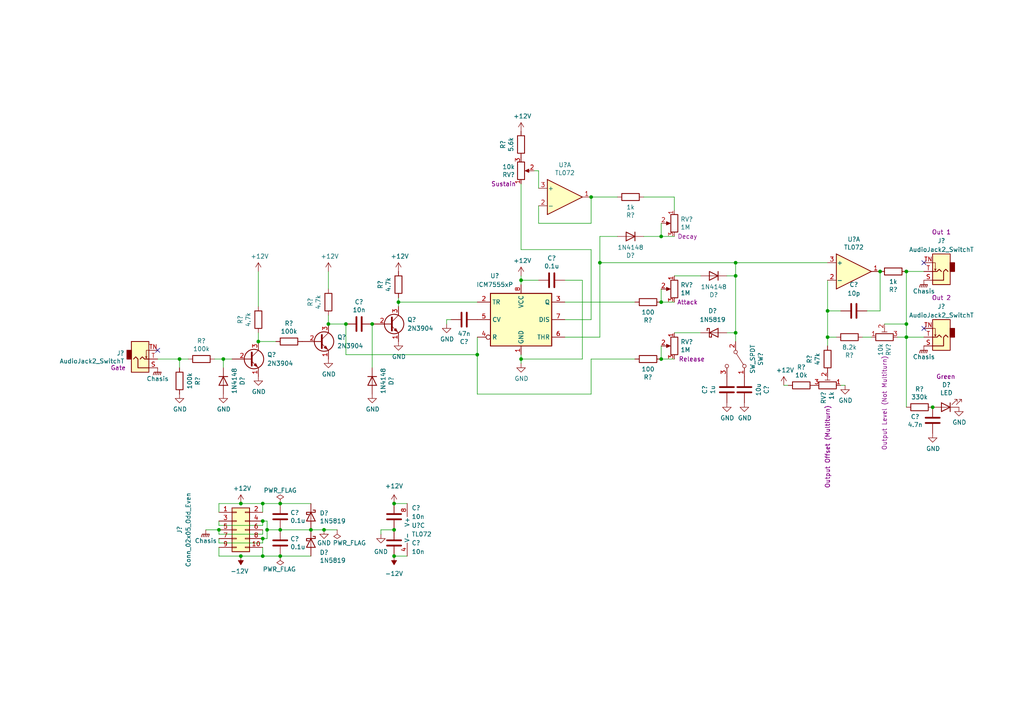
<source format=kicad_sch>
(kicad_sch (version 20211123) (generator eeschema)
  (paper "A4")
  (title_block (title "Envelope Generator") (date "2021-06-28") (rev "1.0"))
  (lib_symbols
    (symbol "Amplifier_Operational:TL072" (pin_names (offset 0.127))
      (property "Reference" "U" (at 0 5.08 0))
      (property "Value" "TL072" (at 0 -5.08 0))
      (symbol "TL072_1_1"
        (polyline (pts (xy -5.08 5.08) (xy 5.08 0) (xy -5.08 -5.08) (xy -5.08 5.08)) (stroke (width 0.254)) (fill (type background)))
        (pin output line (at 7.62 0 180) (length 2.54) (name "~") (number "1"))
        (pin input line (at -7.62 -2.54 0) (length 2.54) (name "-") (number "2"))
        (pin input line (at -7.62 2.54 0) (length 2.54) (name "+") (number "3"))
      )
      (symbol "TL072_2_1"
        (polyline (pts (xy -5.08 5.08) (xy 5.08 0) (xy -5.08 -5.08) (xy -5.08 5.08)) (stroke (width 0.254)) (fill (type background)))
        (pin input line (at -7.62 2.54 0) (length 2.54) (name "+") (number "5"))
        (pin input line (at -7.62 -2.54 0) (length 2.54) (name "-") (number "6"))
        (pin output line (at 7.62 0 180) (length 2.54) (name "~") (number "7"))
      )
      (symbol "TL072_3_1"
        (pin power_in line (at -2.54 -7.62 90) (length 3.81) (name "V-") (number "4"))
        (pin power_in line (at -2.54 7.62 270) (length 3.81) (name "V+") (number "8"))
      )
    )
    (symbol "Connector:AudioJack2_SwitchT"
      (property "Reference" "J" (at 0 8.89 0))
      (property "Value" "AudioJack2_SwitchT" (at 0 6.35 0))
      (symbol "AudioJack2_SwitchT_0_1"
        (rectangle (start -2.54 0) (end -3.81 -2.54) (stroke (width 0.254)) (fill (type outline)))
        (polyline (pts (xy 1.778 -0.254) (xy 2.032 -0.762)))
        (polyline (pts (xy 0 0) (xy 0.635 -0.635) (xy 1.27 0) (xy 2.54 0)) (stroke (width 0.254)))
        (polyline (pts (xy 2.54 -2.54) (xy 1.778 -2.54) (xy 1.778 -0.254) (xy 1.524 -0.762)))
        (polyline (pts (xy 2.54 2.54) (xy -0.635 2.54) (xy -0.635 0) (xy -1.27 -0.635) (xy -1.905 0)) (stroke (width 0.254)))
        (rectangle (start 2.54 3.81) (end -2.54 -5.08) (stroke (width 0.254)) (fill (type background)))
      )
      (symbol "AudioJack2_SwitchT_1_1"
        (pin passive line (at 5.08 2.54 180) (length 2.54) (name "~") (number "S"))
        (pin passive line (at 5.08 0 180) (length 2.54) (name "~") (number "T"))
        (pin passive line (at 5.08 -2.54 180) (length 2.54) (name "~") (number "TN"))
      )
    )
    (symbol "Connector_Generic:Conn_02x05_Odd_Even" (pin_names (offset 1.016) hide)
      (property "Reference" "J" (at 1.27 7.62 0))
      (property "Value" "Conn_02x05_Odd_Even" (at 1.27 -7.62 0))
      (symbol "Conn_02x05_Odd_Even_1_1"
        (rectangle (start -1.27 -4.953) (end 0 -5.207) (stroke (width 0.1524)))
        (rectangle (start -1.27 -2.413) (end 0 -2.667) (stroke (width 0.1524)))
        (rectangle (start -1.27 0.127) (end 0 -0.127) (stroke (width 0.1524)))
        (rectangle (start -1.27 2.667) (end 0 2.413) (stroke (width 0.1524)))
        (rectangle (start -1.27 5.207) (end 0 4.953) (stroke (width 0.1524)))
        (rectangle (start -1.27 6.35) (end 3.81 -6.35) (stroke (width 0.254)) (fill (type background)))
        (rectangle (start 3.81 -4.953) (end 2.54 -5.207) (stroke (width 0.1524)))
        (rectangle (start 3.81 -2.413) (end 2.54 -2.667) (stroke (width 0.1524)))
        (rectangle (start 3.81 0.127) (end 2.54 -0.127) (stroke (width 0.1524)))
        (rectangle (start 3.81 2.667) (end 2.54 2.413) (stroke (width 0.1524)))
        (rectangle (start 3.81 5.207) (end 2.54 4.953) (stroke (width 0.1524)))
        (pin passive line (at -5.08 5.08 0) (length 3.81) (name "Pin_1") (number "1"))
        (pin passive line (at 7.62 -5.08 180) (length 3.81) (name "Pin_10") (number "10"))
        (pin passive line (at 7.62 5.08 180) (length 3.81) (name "Pin_2") (number "2"))
        (pin passive line (at -5.08 2.54 0) (length 3.81) (name "Pin_3") (number "3"))
        (pin passive line (at 7.62 2.54 180) (length 3.81) (name "Pin_4") (number "4"))
        (pin passive line (at -5.08 0 0) (length 3.81) (name "Pin_5") (number "5"))
        (pin passive line (at 7.62 0 180) (length 3.81) (name "Pin_6") (number "6"))
        (pin passive line (at -5.08 -2.54 0) (length 3.81) (name "Pin_7") (number "7"))
        (pin passive line (at 7.62 -2.54 180) (length 3.81) (name "Pin_8") (number "8"))
        (pin passive line (at -5.08 -5.08 0) (length 3.81) (name "Pin_9") (number "9"))
      )
    )
    (symbol "Custom:Chasis" (power) (in_bom no) (on_board no)
      (property "Value" "Chasis" (at 0 -3.175 0))
      (symbol "Chasis_0_1"
        (polyline (pts (xy 0 -1.27) (xy 0 0)))
        (polyline (pts (xy -1.016 -1.27) (xy -1.27 -2.032) (xy -1.27 -2.032)) (stroke (width 0.2032)))
        (polyline (pts (xy -0.508 -1.27) (xy -0.762 -2.032) (xy -0.762 -2.032)) (stroke (width 0.2032)))
        (polyline (pts (xy 0 -1.27) (xy -0.254 -2.032) (xy -0.254 -2.032)) (stroke (width 0.2032)))
        (polyline (pts (xy 0.508 -1.27) (xy 0.254 -2.032) (xy 0.254 -2.032)) (stroke (width 0.2032)))
        (polyline (pts (xy 1.016 -1.27) (xy -1.016 -1.27) (xy -1.016 -1.27)) (stroke (width 0.2032)))
        (polyline (pts (xy 1.016 -1.27) (xy 0.762 -2.032) (xy 0.762 -2.032) (xy 0.762 -2.032)) (stroke (width 0.2032)))
      )
      (symbol "Chasis_1_1"
        (pin power_in line (at 0 0 270) (length 0) hide (name "Chasis") (number "1"))
      )
    )
    (symbol "Device:C" (pin_numbers hide) (pin_names (offset 0.254))
      (property "Reference" "C" (at 0.635 2.54 0))
      (property "Value" "C" (at 0.635 -2.54 0))
      (symbol "C_0_1"
        (polyline (pts (xy -2.032 -0.762) (xy 2.032 -0.762)) (stroke (width 0.508)))
        (polyline (pts (xy -2.032 0.762) (xy 2.032 0.762)) (stroke (width 0.508)))
      )
      (symbol "C_1_1"
        (pin passive line (at 0 3.81 270) (length 2.794) (name "~") (number "1"))
        (pin passive line (at 0 -3.81 90) (length 2.794) (name "~") (number "2"))
      )
    )
    (symbol "Device:LED" (pin_numbers hide) (pin_names (offset 1.016) hide)
      (property "Reference" "D" (at 0 2.54 0))
      (property "Value" "LED" (at 0 -2.54 0))
      (symbol "LED_0_1"
        (polyline (pts (xy -1.27 -1.27) (xy -1.27 1.27)) (stroke (width 0.254)))
        (polyline (pts (xy -1.27 0) (xy 1.27 0)))
        (polyline (pts (xy 1.27 -1.27) (xy 1.27 1.27) (xy -1.27 0) (xy 1.27 -1.27)) (stroke (width 0.254)))
        (polyline (pts (xy -3.048 -0.762) (xy -4.572 -2.286) (xy -3.81 -2.286) (xy -4.572 -2.286) (xy -4.572 -1.524)))
        (polyline (pts (xy -1.778 -0.762) (xy -3.302 -2.286) (xy -2.54 -2.286) (xy -3.302 -2.286) (xy -3.302 -1.524)))
      )
      (symbol "LED_1_1"
        (pin passive line (at -3.81 0 0) (length 2.54) (name "K") (number "1"))
        (pin passive line (at 3.81 0 180) (length 2.54) (name "A") (number "2"))
      )
    )
    (symbol "Device:R" (pin_numbers hide) (pin_names (offset 0))
      (property "Reference" "R" (at 2.032 0 90))
      (property "Value" "R" (at 0 0 90))
      (symbol "R_0_1"
        (rectangle (start -1.016 -2.54) (end 1.016 2.54) (stroke (width 0.254)))
      )
      (symbol "R_1_1"
        (pin passive line (at 0 3.81 270) (length 1.27) (name "~") (number "1"))
        (pin passive line (at 0 -3.81 90) (length 1.27) (name "~") (number "2"))
      )
    )
    (symbol "Device:R_Potentiometer" (pin_names (offset 1.016) hide)
      (property "Reference" "RV" (at -4.445 0 90))
      (property "Value" "R_Potentiometer" (at -2.54 0 90))
      (symbol "R_Potentiometer_0_1"
        (polyline (pts (xy 2.54 0) (xy 1.524 0)))
        (polyline (pts (xy 1.143 0) (xy 2.286 0.508) (xy 2.286 -0.508) (xy 1.143 0)) (fill (type outline)))
        (rectangle (start 1.016 2.54) (end -1.016 -2.54) (stroke (width 0.254)))
      )
      (symbol "R_Potentiometer_1_1"
        (pin passive line (at 0 3.81 270) (length 1.27) (name "1") (number "1"))
        (pin passive line (at 3.81 0 180) (length 1.27) (name "2") (number "2"))
        (pin passive line (at 0 -3.81 90) (length 1.27) (name "3") (number "3"))
      )
    )
    (symbol "Device:R_Potentiometer_Trim" (pin_names (offset 1.016) hide)
      (property "Reference" "RV" (at -4.445 0 90))
      (property "Value" "R_Potentiometer_Trim" (at -2.54 0 90))
      (symbol "R_Potentiometer_Trim_0_1"
        (polyline (pts (xy 1.524 0.762) (xy 1.524 -0.762)))
        (polyline (pts (xy 2.54 0) (xy 1.524 0)))
        (rectangle (start 1.016 2.54) (end -1.016 -2.54) (stroke (width 0.254)))
      )
      (symbol "R_Potentiometer_Trim_1_1"
        (pin passive line (at 0 3.81 270) (length 1.27) (name "1") (number "1"))
        (pin passive line (at 3.81 0 180) (length 1.27) (name "2") (number "2"))
        (pin passive line (at 0 -3.81 90) (length 1.27) (name "3") (number "3"))
      )
    )
    (symbol "Diode:1N4148" (pin_numbers hide) (pin_names (offset 1.016) hide)
      (property "Reference" "D" (at 0 2.54 0))
      (property "Value" "1N4148" (at 0 -2.54 0))
      (symbol "1N4148_0_1"
        (polyline (pts (xy -1.27 1.27) (xy -1.27 -1.27)) (stroke (width 0.254)))
        (polyline (pts (xy 1.27 0) (xy -1.27 0)))
        (polyline (pts (xy 1.27 1.27) (xy 1.27 -1.27) (xy -1.27 0) (xy 1.27 1.27)) (stroke (width 0.254)))
      )
      (symbol "1N4148_1_1"
        (pin passive line (at -3.81 0 0) (length 2.54) (name "K") (number "1"))
        (pin passive line (at 3.81 0 180) (length 2.54) (name "A") (number "2"))
      )
    )
    (symbol "Diode:1N5819" (pin_numbers hide) (pin_names (offset 1.016) hide)
      (property "Reference" "D" (at 0 2.54 0))
      (property "Value" "1N5819" (at 0 -2.54 0))
      (symbol "1N5819_0_1"
        (polyline (pts (xy 1.27 0) (xy -1.27 0)))
        (polyline (pts (xy 1.27 1.27) (xy 1.27 -1.27) (xy -1.27 0) (xy 1.27 1.27)) (stroke (width 0.254)))
        (polyline (pts (xy -1.905 0.635) (xy -1.905 1.27) (xy -1.27 1.27) (xy -1.27 -1.27) (xy -0.635 -1.27) (xy -0.635 -0.635)) (stroke (width 0.254)))
      )
      (symbol "1N5819_1_1"
        (pin passive line (at -3.81 0 0) (length 2.54) (name "K") (number "1"))
        (pin passive line (at 3.81 0 180) (length 2.54) (name "A") (number "2"))
      )
    )
    (symbol "Switch:SW_SPDT" (pin_names (offset 0) hide)
      (property "Reference" "SW" (at 0 4.318 0))
      (property "Value" "SW_SPDT" (at 0 -5.08 0))
      (symbol "SW_SPDT_0_0"
        (circle (center -2.032 0) (radius 0.508))
        (circle (center 2.032 -2.54) (radius 0.508))
      )
      (symbol "SW_SPDT_0_1"
        (polyline (pts (xy -1.524 0.254) (xy 1.651 2.286)))
        (circle (center 2.032 2.54) (radius 0.508))
      )
      (symbol "SW_SPDT_1_1"
        (pin passive line (at 5.08 2.54 180) (length 2.54) (name "A") (number "1"))
        (pin passive line (at -5.08 0 0) (length 2.54) (name "B") (number "2"))
        (pin passive line (at 5.08 -2.54 180) (length 2.54) (name "C") (number "3"))
      )
    )
    (symbol "Timer:ICM7555xP"
      (property "Reference" "U" (at -10.16 8.89 0))
      (property "Value" "ICM7555xP" (at 2.54 8.89 0))
      (symbol "ICM7555xP_0_0"
        (pin power_in line (at 0 -10.16 90) (length 2.54) (name "GND") (number "1"))
        (pin power_in line (at 0 10.16 270) (length 2.54) (name "VCC") (number "8"))
      )
      (symbol "ICM7555xP_0_1"
        (rectangle (start -8.89 -7.62) (end 8.89 7.62) (stroke (width 0.254)) (fill (type background)))
        (rectangle (start -8.89 -7.62) (end 8.89 7.62) (stroke (width 0.254)) (fill (type background)))
      )
      (symbol "ICM7555xP_1_1"
        (pin input line (at -12.7 5.08 0) (length 3.81) (name "TR") (number "2"))
        (pin output line (at 12.7 5.08 180) (length 3.81) (name "Q") (number "3"))
        (pin input inverted (at -12.7 -5.08 0) (length 3.81) (name "R") (number "4"))
        (pin input line (at -12.7 0 0) (length 3.81) (name "CV") (number "5"))
        (pin input line (at 12.7 -5.08 180) (length 3.81) (name "THR") (number "6"))
        (pin input line (at 12.7 0 180) (length 3.81) (name "DIS") (number "7"))
      )
    )
    (symbol "Transistor_BJT:2N3904" (pin_names (offset 0) hide)
      (property "Reference" "Q" (at 5.08 1.905 0))
      (property "Value" "2N3904" (at 5.08 0 0))
      (symbol "2N3904_0_1"
        (polyline (pts (xy 0.635 0.635) (xy 2.54 2.54)))
        (polyline (pts (xy 0.635 -0.635) (xy 2.54 -2.54) (xy 2.54 -2.54)))
        (polyline (pts (xy 0.635 1.905) (xy 0.635 -1.905) (xy 0.635 -1.905)) (stroke (width 0.508)))
        (polyline (pts (xy 1.27 -1.778) (xy 1.778 -1.27) (xy 2.286 -2.286) (xy 1.27 -1.778) (xy 1.27 -1.778)) (fill (type outline)))
        (circle (center 1.27 0) (radius 2.8194) (stroke (width 0.254)))
      )
      (symbol "2N3904_1_1"
        (pin passive line (at 2.54 -5.08 90) (length 2.54) (name "E") (number "1"))
        (pin passive line (at -5.08 0 0) (length 5.715) (name "B") (number "2"))
        (pin passive line (at 2.54 5.08 270) (length 2.54) (name "C") (number "3"))
      )
    )
    (symbol "power:+12V" (power) (pin_names (offset 0))
      (property "Value" "+12V" (at 0 3.556 0))
      (symbol "+12V_0_1"
        (polyline (pts (xy -0.762 1.27) (xy 0 2.54)))
        (polyline (pts (xy 0 0) (xy 0 2.54)))
        (polyline (pts (xy 0 2.54) (xy 0.762 1.27)))
      )
      (symbol "+12V_1_1"
        (pin power_in line (at 0 0 90) (length 0) hide (name "+12V") (number "1"))
      )
    )
    (symbol "power:-12V" (power) (pin_names (offset 0))
      (property "Value" "-12V" (at 0 3.81 0))
      (symbol "-12V_0_0"
        (pin power_in line (at 0 0 90) (length 0) hide (name "-12V") (number "1"))
      )
      (symbol "-12V_0_1"
        (polyline (pts (xy 0 0) (xy 0 1.27) (xy 0.762 1.27) (xy 0 2.54) (xy -0.762 1.27) (xy 0 1.27)) (fill (type outline)))
      )
    )
    (symbol "power:GND" (power) (pin_names (offset 0))
      (property "Value" "GND" (at 0 -3.81 0))
      (symbol "GND_0_1"
        (polyline (pts (xy 0 0) (xy 0 -1.27) (xy 1.27 -1.27) (xy 0 -2.54) (xy -1.27 -1.27) (xy 0 -1.27)))
      )
      (symbol "GND_1_1"
        (pin power_in line (at 0 0 270) (length 0) hide (name "GND") (number "1"))
      )
    )
    (symbol "power:PWR_FLAG" (power) (pin_numbers hide) (pin_names (offset 0) hide)
      (property "Value" "PWR_FLAG" (at 0 3.81 0))
      (symbol "PWR_FLAG_0_0"
        (pin power_out line (at 0 0 90) (length 0) (name "pwr") (number "1"))
      )
      (symbol "PWR_FLAG_0_1"
        (polyline (pts (xy 0 0) (xy 0 1.27) (xy -1.016 1.905) (xy 0 2.54) (xy 1.016 1.905) (xy 0 1.27)))
      )
    )
  )
  (junction (at 74.93 99.06))
  (junction (at 76.2 156.21))
  (junction (at 213.36 76.2))
  (junction (at 255.27 78.74))
  (junction (at 93.98 153.67))
  (junction (at 69.85 146.05))
  (junction (at 114.3 161.29))
  (junction (at 81.28 161.29))
  (junction (at 270.51 118.11))
  (junction (at 81.28 146.05))
  (junction (at 90.17 153.67))
  (junction (at 76.2 146.05))
  (junction (at 171.45 57.15))
  (junction (at 173.99 76.2))
  (junction (at 63.5 153.67))
  (junction (at 100.33 93.98))
  (junction (at 81.28 153.67))
  (junction (at 69.85 161.29))
  (junction (at 114.3 146.05))
  (junction (at 240.03 97.79))
  (junction (at 95.25 93.98))
  (junction (at 213.36 80.01))
  (junction (at 191.77 104.14))
  (junction (at 115.57 87.63))
  (junction (at 151.13 104.14))
  (junction (at 138.43 102.87))
  (junction (at 64.77 104.14))
  (junction (at 151.13 81.28))
  (junction (at 191.77 68.58))
  (junction (at 76.2 161.29))
  (junction (at 213.36 96.52))
  (junction (at 262.89 78.74))
  (junction (at 77.47 153.67))
  (junction (at 107.95 93.98))
  (junction (at 262.89 97.79))
  (junction (at 240.03 90.17))
  (junction (at 191.77 87.63))
  (junction (at 114.3 153.67))
  (junction (at 76.2 151.13))
  (junction (at 262.89 93.98))
  (junction (at 52.07 104.14))
  (no_connect (at 45.72 101.6))
  (no_connect (at 267.97 76.2))
  (no_connect (at 267.97 95.25))
  (wire (pts (xy 54.61 104.14) (xy 52.07 104.14)))
  (wire (pts (xy 195.58 96.52) (xy 203.2 96.52)))
  (wire (pts (xy 59.69 153.67) (xy 63.5 153.67)))
  (wire (pts (xy 250.19 97.79) (xy 252.73 97.79)))
  (wire (pts (xy 255.27 90.17) (xy 255.27 78.74)))
  (wire (pts (xy 171.45 114.3) (xy 138.43 114.3)))
  (wire (pts (xy 213.36 76.2) (xy 240.03 76.2)))
  (wire (pts (xy 63.5 157.48) (xy 76.2 157.48)))
  (wire (pts (xy 186.69 68.58) (xy 191.77 68.58)))
  (wire (pts (xy 138.43 97.79) (xy 138.43 102.87)))
  (wire (pts (xy 115.57 86.36) (xy 115.57 87.63)))
  (wire (pts (xy 63.5 161.29) (xy 69.85 161.29)))
  (wire (pts (xy 64.77 106.68) (xy 64.77 104.14)))
  (wire (pts (xy 173.99 68.58) (xy 173.99 76.2)))
  (wire (pts (xy 63.5 152.4) (xy 76.2 152.4)))
  (wire (pts (xy 76.2 154.94) (xy 76.2 153.67)))
  (wire (pts (xy 191.77 83.82) (xy 191.77 87.63)))
  (wire (pts (xy 76.2 157.48) (xy 76.2 156.21)))
  (wire (pts (xy 240.03 90.17) (xy 240.03 97.79)))
  (wire (pts (xy 90.17 153.67) (xy 93.98 153.67)))
  (wire (pts (xy 240.03 81.28) (xy 240.03 90.17)))
  (wire (pts (xy 77.47 151.13) (xy 77.47 153.67)))
  (wire (pts (xy 81.28 153.67) (xy 90.17 153.67)))
  (wire (pts (xy 195.58 60.96) (xy 195.58 57.15)))
  (wire (pts (xy 76.2 146.05) (xy 81.28 146.05)))
  (wire (pts (xy 114.3 161.29) (xy 118.11 161.29)))
  (wire (pts (xy 151.13 104.14) (xy 151.13 105.41)))
  (wire (pts (xy 171.45 57.15) (xy 179.07 57.15)))
  (wire (pts (xy 262.89 93.98) (xy 262.89 78.74)))
  (wire (pts (xy 151.13 81.28) (xy 151.13 82.55)))
  (wire (pts (xy 74.93 78.74) (xy 74.93 88.9)))
  (wire (pts (xy 63.5 151.13) (xy 63.5 152.4)))
  (wire (pts (xy 129.54 92.71) (xy 130.81 92.71)))
  (wire (pts (xy 191.77 104.14) (xy 195.58 104.14)))
  (wire (pts (xy 154.94 49.53) (xy 156.21 49.53)))
  (wire (pts (xy 191.77 100.33) (xy 191.77 104.14)))
  (wire (pts (xy 63.5 154.94) (xy 76.2 154.94)))
  (wire (pts (xy 76.2 152.4) (xy 76.2 151.13)))
  (wire (pts (xy 63.5 146.05) (xy 69.85 146.05)))
  (wire (pts (xy 171.45 92.71) (xy 163.83 92.71)))
  (wire (pts (xy 62.23 104.14) (xy 64.77 104.14)))
  (wire (pts (xy 52.07 104.14) (xy 52.07 106.68)))
  (wire (pts (xy 171.45 104.14) (xy 171.45 114.3)))
  (wire (pts (xy 63.5 148.59) (xy 63.5 146.05)))
  (wire (pts (xy 115.57 87.63) (xy 115.57 88.9)))
  (wire (pts (xy 76.2 156.21) (xy 77.47 156.21)))
  (wire (pts (xy 151.13 53.34) (xy 151.13 72.39)))
  (wire (pts (xy 95.25 83.82) (xy 95.25 78.74)))
  (wire (pts (xy 191.77 64.77) (xy 191.77 68.58)))
  (wire (pts (xy 213.36 96.52) (xy 213.36 99.06)))
  (wire (pts (xy 240.03 90.17) (xy 243.84 90.17)))
  (wire (pts (xy 163.83 97.79) (xy 173.99 97.79)))
  (wire (pts (xy 227.33 111.76) (xy 228.6 111.76)))
  (wire (pts (xy 90.17 146.05) (xy 81.28 146.05)))
  (wire (pts (xy 151.13 81.28) (xy 156.21 81.28)))
  (wire (pts (xy 63.5 153.67) (xy 63.5 154.94)))
  (wire (pts (xy 191.77 68.58) (xy 195.58 68.58)))
  (wire (pts (xy 100.33 102.87) (xy 138.43 102.87)))
  (wire (pts (xy 173.99 76.2) (xy 213.36 76.2)))
  (wire (pts (xy 76.2 158.75) (xy 76.2 161.29)))
  (wire (pts (xy 156.21 64.77) (xy 171.45 64.77)))
  (wire (pts (xy 213.36 80.01) (xy 213.36 96.52)))
  (wire (pts (xy 151.13 80.01) (xy 151.13 81.28)))
  (wire (pts (xy 64.77 104.14) (xy 67.31 104.14)))
  (wire (pts (xy 110.49 154.94) (xy 110.49 153.67)))
  (wire (pts (xy 95.25 91.44) (xy 95.25 93.98)))
  (wire (pts (xy 210.82 80.01) (xy 213.36 80.01)))
  (wire (pts (xy 114.3 146.05) (xy 118.11 146.05)))
  (wire (pts (xy 156.21 59.69) (xy 156.21 64.77)))
  (wire (pts (xy 107.95 106.68) (xy 107.95 93.98)))
  (wire (pts (xy 251.46 90.17) (xy 255.27 90.17)))
  (wire (pts (xy 77.47 153.67) (xy 81.28 153.67)))
  (wire (pts (xy 168.91 81.28) (xy 168.91 104.14)))
  (wire (pts (xy 69.85 161.29) (xy 76.2 161.29)))
  (wire (pts (xy 156.21 49.53) (xy 156.21 54.61)))
  (wire (pts (xy 110.49 153.67) (xy 114.3 153.67)))
  (wire (pts (xy 163.83 81.28) (xy 168.91 81.28)))
  (wire (pts (xy 151.13 104.14) (xy 151.13 102.87)))
  (wire (pts (xy 151.13 104.14) (xy 168.91 104.14)))
  (wire (pts (xy 95.25 93.98) (xy 100.33 93.98)))
  (wire (pts (xy 76.2 148.59) (xy 76.2 146.05)))
  (wire (pts (xy 213.36 96.52) (xy 210.82 96.52)))
  (wire (pts (xy 186.69 57.15) (xy 195.58 57.15)))
  (wire (pts (xy 191.77 87.63) (xy 195.58 87.63)))
  (wire (pts (xy 100.33 93.98) (xy 100.33 102.87)))
  (wire (pts (xy 63.5 156.21) (xy 63.5 157.48)))
  (wire (pts (xy 260.35 97.79) (xy 262.89 97.79)))
  (wire (pts (xy 163.83 87.63) (xy 184.15 87.63)))
  (wire (pts (xy 173.99 68.58) (xy 179.07 68.58)))
  (wire (pts (xy 138.43 114.3) (xy 138.43 102.87)))
  (wire (pts (xy 195.58 80.01) (xy 203.2 80.01)))
  (wire (pts (xy 262.89 118.11) (xy 262.89 97.79)))
  (wire (pts (xy 81.28 161.29) (xy 90.17 161.29)))
  (wire (pts (xy 240.03 100.33) (xy 240.03 97.79)))
  (wire (pts (xy 63.5 158.75) (xy 63.5 161.29)))
  (wire (pts (xy 69.85 146.05) (xy 76.2 146.05)))
  (wire (pts (xy 45.72 104.14) (xy 52.07 104.14)))
  (wire (pts (xy 115.57 87.63) (xy 138.43 87.63)))
  (wire (pts (xy 243.84 111.76) (xy 245.11 111.76)))
  (wire (pts (xy 262.89 97.79) (xy 267.97 97.79)))
  (wire (pts (xy 93.98 153.67) (xy 97.79 153.67)))
  (wire (pts (xy 184.15 104.14) (xy 171.45 104.14)))
  (wire (pts (xy 256.54 93.98) (xy 262.89 93.98)))
  (wire (pts (xy 240.03 97.79) (xy 242.57 97.79)))
  (wire (pts (xy 171.45 64.77) (xy 171.45 57.15)))
  (wire (pts (xy 262.89 97.79) (xy 262.89 93.98)))
  (wire (pts (xy 173.99 76.2) (xy 173.99 97.79)))
  (wire (pts (xy 262.89 78.74) (xy 267.97 78.74)))
  (wire (pts (xy 129.54 93.98) (xy 129.54 92.71)))
  (wire (pts (xy 151.13 72.39) (xy 171.45 72.39)))
  (wire (pts (xy 213.36 80.01) (xy 213.36 76.2)))
  (wire (pts (xy 171.45 72.39) (xy 171.45 92.71)))
  (wire (pts (xy 74.93 99.06) (xy 80.01 99.06)))
  (wire (pts (xy 77.47 156.21) (xy 77.47 153.67)))
  (wire (pts (xy 76.2 151.13) (xy 77.47 151.13)))
  (wire (pts (xy 74.93 96.52) (xy 74.93 99.06)))
  (wire (pts (xy 76.2 161.29) (xy 81.28 161.29)))
  (symbol (lib_id "Device:R") (at 266.7 118.11 270) (unit 1)
    (property "Reference" "R?" (at 266.7 112.8522 90))
    (property "Value" "330k" (at 266.7 115.1636 90))
    (property "Footprint" "Resistor_THT:R_Axial_DIN0207_L6.3mm_D2.5mm_P7.62mm_Horizontal" (effects hide))
  )
  (symbol (lib_id "Diode:1N5819") (at 90.17 149.86 270) (unit 1)
    (property "Reference" "D?" (at 92.71 148.8186 90) (effects (justify left)))
    (property "Value" "1N5819" (at 92.71 151.13 90) (effects (justify left)))
    (property "Footprint" "Diode_THT:D_DO-41_SOD81_P10.16mm_Horizontal" (effects hide))
    (property "Datasheet" "http://www.vishay.com/docs/88525/1n5817.pdf" (effects hide))
  )
  (symbol (lib_id "power:GND") (at 215.9 116.84 0) (unit 1)
    (property "Reference" "#PWR?" (effects hide))
    (property "Value" "GND" (at 216.027 121.2342 0))
  )
  (symbol (lib_id "Device:R") (at 58.42 104.14 270) (unit 1)
    (property "Reference" "R?" (at 58.42 98.8822 90))
    (property "Value" "100k" (at 58.42 101.1936 90))
    (property "Footprint" "Resistor_THT:R_Axial_DIN0207_L6.3mm_D2.5mm_P7.62mm_Horizontal" (effects hide))
  )
  (symbol (lib_id "Connector:AudioJack2_SwitchT") (at 273.05 97.79 180) (unit 1)
    (property "Reference" "J?" (at 273.05 88.9 0))
    (property "Value" "AudioJack2_SwitchT" (at 273.05 91.44 0))
    (property "Footprint" "Connector_Audio:Jack_3.5mm_QingPu_WQP-PJ398SM_Vertical_CircularHoles" (effects hide))
    (property "Notes" "Out 2" (at 273.05 86.36 0))
  )
  (symbol (lib_id "Device:C") (at 270.51 121.92 0) (unit 1)
    (property "Reference" "C?" (at 265.43 120.8786 0))
    (property "Value" "4.7n" (at 265.43 123.19 0))
    (property "Footprint" "Capacitor_THT:C_Disc_D5.0mm_W2.5mm_P5.00mm" (effects hide))
  )
  (symbol (lib_id "Device:R") (at 182.88 57.15 90) (unit 1)
    (property "Reference" "R?" (at 182.88 62.4078 90))
    (property "Value" "1k" (at 182.88 60.0964 90))
    (property "Footprint" "Resistor_THT:R_Axial_DIN0207_L6.3mm_D2.5mm_P7.62mm_Horizontal" (effects hide))
  )
  (symbol (lib_id "power:+12V") (at 151.13 38.1 0) (unit 1)
    (property "Reference" "#PWR?" (effects hide))
    (property "Value" "+12V" (at 151.511 33.7058 0))
  )
  (symbol (lib_id "Diode:1N4148") (at 182.88 68.58 180) (unit 1)
    (property "Reference" "D?" (at 182.88 74.0918 0))
    (property "Value" "1N4148" (at 182.88 71.7804 0))
    (property "Footprint" "Diode_THT:D_DO-35_SOD27_P7.62mm_Horizontal" (effects hide))
    (property "Datasheet" "https://assets.nexperia.com/documents/data-sheet/1N4148_1N4448.pdf" (effects hide))
  )
  (symbol (lib_id "Custom:Chasis") (at 59.69 153.67 0) (unit 1) (in_bom no) (on_board no)
    (property "Reference" "U?" (effects hide))
    (property "Value" "Chasis" (at 59.69 156.845 0))
  )
  (symbol (lib_id "Device:C") (at 114.3 149.86 180) (unit 1)
    (property "Reference" "C?" (at 119.38 147.32 0) (effects (justify right)))
    (property "Value" "10n" (at 119.38 149.86 0) (effects (justify right)))
  )
  (symbol (lib_id "Device:LED") (at 274.32 118.11 180) (unit 1)
    (property "Reference" "D?" (at 274.4978 111.633 0))
    (property "Value" "LED" (at 274.4978 113.9444 0))
    (property "Footprint" "LED_THT:LED_D5.0mm" (effects hide))
    (property "Notes" "Green" (at 274.32 109.22 0))
  )
  (symbol (lib_id "Custom:Chasis") (at 267.97 81.28 0) (unit 1) (in_bom no) (on_board no)
    (property "Reference" "U?" (effects hide))
    (property "Value" "Chasis" (at 267.97 84.455 0))
  )
  (symbol (lib_id "Transistor_BJT:2N3904") (at 113.03 93.98 0) (unit 1)
    (property "Reference" "Q?" (at 118.11 92.7099 0) (effects (justify left)))
    (property "Value" "2N3904" (at 118.11 95.2499 0) (effects (justify left)))
    (property "Footprint" "Package_TO_SOT_THT:TO-92_Inline" (effects hide))
    (property "Datasheet" "https://www.onsemi.com/pub/Collateral/2N3903-D.PDF" (effects hide))
  )
  (symbol (lib_id "Device:C") (at 210.82 113.03 180) (unit 1)
    (property "Reference" "C?" (at 204.4192 113.03 90))
    (property "Value" "1u" (at 206.7306 113.03 90))
    (property "Footprint" "Capacitor_THT:C_Disc_D5.0mm_W2.5mm_P5.00mm" (effects hide))
  )
  (symbol (lib_id "Device:R") (at 74.93 92.71 0) (unit 1)
    (property "Reference" "R?" (at 69.6722 92.71 90))
    (property "Value" "4.7k" (at 71.9836 92.71 90))
    (property "Footprint" "Resistor_THT:R_Axial_DIN0207_L6.3mm_D2.5mm_P7.62mm_Horizontal" (effects hide))
  )
  (symbol (lib_id "power:GND") (at 115.57 99.06 0) (unit 1)
    (property "Reference" "#PWR?" (effects hide))
    (property "Value" "GND" (at 115.697 103.4542 0))
  )
  (symbol (lib_id "Diode:1N4148") (at 107.95 110.49 270) (unit 1)
    (property "Reference" "D?" (at 113.4618 110.49 0))
    (property "Value" "1N4148" (at 111.1504 110.49 0))
    (property "Footprint" "Diode_THT:D_DO-35_SOD27_P7.62mm_Horizontal" (effects hide))
    (property "Datasheet" "https://assets.nexperia.com/documents/data-sheet/1N4148_1N4448.pdf" (effects hide))
  )
  (symbol (lib_id "power:GND") (at 64.77 114.3 0) (unit 1)
    (property "Reference" "#PWR?" (effects hide))
    (property "Value" "GND" (at 64.897 118.6942 0))
  )
  (symbol (lib_id "Device:R") (at 151.13 41.91 0) (unit 1)
    (property "Reference" "R?" (at 145.8722 41.91 90))
    (property "Value" "5.6k" (at 148.1836 41.91 90))
    (property "Footprint" "Resistor_THT:R_Axial_DIN0207_L6.3mm_D2.5mm_P7.62mm_Horizontal" (effects hide))
  )
  (symbol (lib_id "power:+12V") (at 227.33 111.76 0) (unit 1)
    (property "Reference" "#PWR?" (effects hide))
    (property "Value" "+12V" (at 227.711 107.3658 0))
  )
  (symbol (lib_id "Switch:SW_SPDT") (at 213.36 104.14 270) (unit 1)
    (property "Reference" "SW?" (at 220.599 104.14 0))
    (property "Value" "SW_SPDT" (at 218.2876 104.14 0))
    (property "Footprint" "Switch:MTS-102_MTS-103_MTS-112_MTS-113_MTS-123" (effects hide))
  )
  (symbol (lib_id "Custom:Chasis") (at 267.97 100.33 0) (unit 1) (in_bom no) (on_board no)
    (property "Reference" "U?" (effects hide))
    (property "Value" "Chasis" (at 267.97 103.505 0))
  )
  (symbol (lib_id "power:PWR_FLAG") (at 97.79 153.67 180) (unit 1)
    (property "Reference" "#FLG?" (effects hide))
    (property "Value" "PWR_FLAG" (at 96.52 157.48 0) (effects (justify right)))
  )
  (symbol (lib_id "Device:R_Potentiometer") (at 151.13 49.53 0) (mirror x) (unit 1)
    (property "Reference" "RV?" (at 149.352 50.6984 0) (effects (justify right)))
    (property "Value" "10k" (at 149.352 48.387 0) (effects (justify right)))
    (property "Footprint" "Potentiometer_THT:Potentiometer_Alpha_RD901F-40-00D_Single_Vertical_CircularHoles" (effects hide))
    (property "Notes" "Sustain" (at 146.05 53.34 0))
  )
  (symbol (lib_id "power:+12V") (at 69.85 146.05 0) (unit 1)
    (property "Reference" "#PWR?" (effects hide))
    (property "Value" "+12V" (at 70.231 141.6558 0))
  )
  (symbol (lib_id "Device:C") (at 160.02 81.28 90) (unit 1)
    (property "Reference" "C?" (at 160.02 74.8792 90))
    (property "Value" "0.1u" (at 160.02 77.1906 90))
    (property "Footprint" "Capacitor_THT:C_Disc_D5.0mm_W2.5mm_P5.00mm" (effects hide))
  )
  (symbol (lib_id "power:GND") (at 270.51 125.73 0) (unit 1)
    (property "Reference" "#PWR?" (effects hide))
    (property "Value" "GND" (at 270.637 130.1242 0))
  )
  (symbol (lib_id "Diode:1N5819") (at 90.17 157.48 270) (unit 1)
    (property "Reference" "D?" (at 92.71 160.2486 90) (effects (justify left)))
    (property "Value" "1N5819" (at 92.71 162.56 90) (effects (justify left)))
    (property "Footprint" "Diode_THT:D_DO-41_SOD81_P10.16mm_Horizontal" (effects hide))
    (property "Datasheet" "http://www.vishay.com/docs/88525/1n5817.pdf" (effects hide))
  )
  (symbol (lib_id "power:GND") (at 151.13 105.41 0) (unit 1)
    (property "Reference" "#PWR?" (effects hide))
    (property "Value" "GND" (at 151.257 109.8042 0))
  )
  (symbol (lib_id "Device:R") (at 115.57 82.55 0) (unit 1)
    (property "Reference" "R?" (at 110.3122 82.55 90))
    (property "Value" "4.7k" (at 112.6236 82.55 90))
    (property "Footprint" "Resistor_THT:R_Axial_DIN0207_L6.3mm_D2.5mm_P7.62mm_Horizontal" (effects hide))
  )
  (symbol (lib_id "power:-12V") (at 69.85 161.29 180) (unit 1)
    (property "Reference" "#PWR?" (effects hide))
    (property "Value" "-12V" (at 69.469 165.6842 0))
  )
  (symbol (lib_id "Device:R") (at 246.38 97.79 90) (unit 1)
    (property "Reference" "R?" (at 246.38 103.0478 90))
    (property "Value" "8.2k" (at 246.38 100.7364 90))
    (property "Footprint" "Resistor_THT:R_Axial_DIN0207_L6.3mm_D2.5mm_P7.62mm_Horizontal" (effects hide))
  )
  (symbol (lib_id "Device:R_Potentiometer") (at 195.58 64.77 0) (mirror y) (unit 1)
    (property "Reference" "RV?" (at 197.358 63.6016 0) (effects (justify right)))
    (property "Value" "1M" (at 197.358 65.913 0) (effects (justify right)))
    (property "Footprint" "Potentiometer_THT:Potentiometer_Alpha_RD901F-40-00D_Single_Vertical_CircularHoles" (effects hide))
    (property "Notes" "Decay" (at 199.39 68.58 0))
  )
  (symbol (lib_id "Connector:AudioJack2_SwitchT") (at 273.05 78.74 180) (unit 1)
    (property "Reference" "J?" (at 273.05 69.85 0))
    (property "Value" "AudioJack2_SwitchT" (at 273.05 72.39 0))
    (property "Footprint" "Connector_Audio:Jack_3.5mm_QingPu_WQP-PJ398SM_Vertical_CircularHoles" (effects hide))
    (property "Notes" "Out 1" (at 273.05 67.31 0))
  )
  (symbol (lib_id "Device:C") (at 81.28 149.86 0) (unit 1)
    (property "Reference" "C?" (at 84.201 148.6916 0) (effects (justify left)))
    (property "Value" "0.1u" (at 84.201 151.003 0) (effects (justify left)))
    (property "Footprint" "Capacitor_THT:C_Disc_D5.0mm_W2.5mm_P5.00mm" (effects hide))
  )
  (symbol (lib_id "power:GND") (at 52.07 114.3 0) (unit 1)
    (property "Reference" "#PWR?" (effects hide))
    (property "Value" "GND" (at 52.197 118.6942 0))
  )
  (symbol (lib_id "Amplifier_Operational:TL072") (at 120.65 153.67 0) (unit 3)
    (property "Reference" "U?" (at 119.38 152.3999 0) (effects (justify left)))
    (property "Value" "TL072" (at 119.38 154.9399 0) (effects (justify left)))
    (property "Datasheet" "http://www.ti.com/lit/ds/symlink/tl071.pdf" (effects hide))
  )
  (symbol (lib_id "Device:C") (at 215.9 113.03 0) (unit 1)
    (property "Reference" "C?" (at 222.3008 113.03 90))
    (property "Value" "10u" (at 219.9894 113.03 90))
    (property "Footprint" "Capacitor_THT:C_Disc_D5.0mm_W2.5mm_P5.00mm" (effects hide))
  )
  (symbol (lib_id "Device:R") (at 259.08 78.74 90) (unit 1)
    (property "Reference" "R?" (at 259.08 83.9978 90))
    (property "Value" "1k" (at 259.08 81.6864 90))
    (property "Footprint" "Resistor_THT:R_Axial_DIN0207_L6.3mm_D2.5mm_P7.62mm_Horizontal" (effects hide))
  )
  (symbol (lib_id "power:GND") (at 129.54 93.98 0) (unit 1)
    (property "Reference" "#PWR?" (effects hide))
    (property "Value" "GND" (at 129.667 98.3742 0))
  )
  (symbol (lib_id "power:GND") (at 95.25 104.14 0) (unit 1)
    (property "Reference" "#PWR?" (effects hide))
    (property "Value" "GND" (at 95.377 108.5342 0))
  )
  (symbol (lib_id "power:GND") (at 93.98 153.67 0) (unit 1)
    (property "Reference" "#PWR?" (effects hide))
    (property "Value" "GND" (at 93.98 157.48 0))
  )
  (symbol (lib_id "power:+12V") (at 151.13 80.01 0) (unit 1)
    (property "Reference" "#PWR?" (effects hide))
    (property "Value" "+12V" (at 151.511 75.6158 0))
  )
  (symbol (lib_id "Diode:1N4148") (at 64.77 110.49 270) (unit 1)
    (property "Reference" "D?" (at 70.2818 110.49 0))
    (property "Value" "1N4148" (at 67.9704 110.49 0))
    (property "Footprint" "Diode_THT:D_DO-35_SOD27_P7.62mm_Horizontal" (effects hide))
    (property "Datasheet" "https://assets.nexperia.com/documents/data-sheet/1N4148_1N4448.pdf" (effects hide))
  )
  (symbol (lib_id "Device:C") (at 134.62 92.71 270) (unit 1)
    (property "Reference" "C?" (at 134.62 99.1108 90))
    (property "Value" "47n" (at 134.62 96.7994 90))
    (property "Footprint" "Capacitor_THT:C_Disc_D5.0mm_W2.5mm_P5.00mm" (effects hide))
  )
  (symbol (lib_id "Connector_Generic:Conn_02x05_Odd_Even") (at 68.58 153.67 0) (unit 1)
    (property "Reference" "J?" (at 52.07 153.67 90))
    (property "Value" "Conn_02x05_Odd_Even" (at 54.61 153.67 90))
    (property "Footprint" "Connector_PinHeader_2.54mm:PinHeader_2x05_P2.54mm_Vertical" (effects hide))
  )
  (symbol (lib_id "Device:R_Potentiometer_Trim") (at 256.54 97.79 90) (unit 1)
    (property "Reference" "RV?" (at 257.7084 99.568 0) (effects (justify right)))
    (property "Value" "10k" (at 255.397 99.568 0) (effects (justify right)))
    (property "Footprint" "Potentiometer_THT:Potentiometer_Runtron_RM-065_Vertical" (effects hide))
    (property "Notes" "Output Level (Not Multiturn)" (at 256.54 116.84 0))
  )
  (symbol (lib_id "power:GND") (at 245.11 111.76 0) (unit 1)
    (property "Reference" "#PWR?" (effects hide))
    (property "Value" "GND" (at 245.237 116.1542 0))
  )
  (symbol (lib_id "Device:R_Potentiometer") (at 195.58 83.82 0) (mirror y) (unit 1)
    (property "Reference" "RV?" (at 197.358 82.6516 0) (effects (justify right)))
    (property "Value" "1M" (at 197.358 84.963 0) (effects (justify right)))
    (property "Footprint" "Potentiometer_THT:Potentiometer_Alpha_RD901F-40-00D_Single_Vertical_CircularHoles" (effects hide))
    (property "Notes" "Attack" (at 199.39 87.63 0))
  )
  (symbol (lib_id "power:+12V") (at 74.93 78.74 0) (unit 1)
    (property "Reference" "#PWR?" (effects hide))
    (property "Value" "+12V" (at 75.311 74.3458 0))
  )
  (symbol (lib_id "Transistor_BJT:2N3904") (at 92.71 99.06 0) (unit 1)
    (property "Reference" "Q?" (at 97.79 97.7899 0) (effects (justify left)))
    (property "Value" "2N3904" (at 97.79 100.3299 0) (effects (justify left)))
    (property "Footprint" "Package_TO_SOT_THT:TO-92_Inline" (effects hide))
    (property "Datasheet" "https://www.onsemi.com/pub/Collateral/2N3903-D.PDF" (effects hide))
  )
  (symbol (lib_id "Device:R_Potentiometer_Trim") (at 240.03 111.76 270) (mirror x) (unit 1)
    (property "Reference" "RV?" (at 238.8616 113.538 0) (effects (justify right)))
    (property "Value" "1k" (at 241.173 113.538 0) (effects (justify right)))
    (property "Footprint" "Potentiometer_THT:Potentiometer_Runtron_RM-065_Vertical" (effects hide))
    (property "Notes" "Output Offset (Multiturn)" (at 240.03 129.54 0))
  )
  (symbol (lib_id "power:GND") (at 74.93 109.22 0) (unit 1)
    (property "Reference" "#PWR?" (effects hide))
    (property "Value" "GND" (at 75.057 113.6142 0))
  )
  (symbol (lib_id "power:GND") (at 278.13 118.11 0) (unit 1)
    (property "Reference" "#PWR?" (effects hide))
    (property "Value" "GND" (at 278.257 122.5042 0))
  )
  (symbol (lib_id "power:GND") (at 107.95 114.3 0) (unit 1)
    (property "Reference" "#PWR?" (effects hide))
    (property "Value" "GND" (at 108.077 118.6942 0))
  )
  (symbol (lib_id "power:GND") (at 210.82 116.84 0) (unit 1)
    (property "Reference" "#PWR?" (effects hide))
    (property "Value" "GND" (at 210.947 121.2342 0))
  )
  (symbol (lib_id "Diode:1N4148") (at 207.01 80.01 180) (unit 1)
    (property "Reference" "D?" (at 207.01 85.5218 0))
    (property "Value" "1N4148" (at 207.01 83.2104 0))
    (property "Footprint" "Diode_THT:D_DO-35_SOD27_P7.62mm_Horizontal" (effects hide))
    (property "Datasheet" "https://assets.nexperia.com/documents/data-sheet/1N4148_1N4448.pdf" (effects hide))
  )
  (symbol (lib_id "power:GND") (at 110.49 154.94 0) (unit 1)
    (property "Reference" "#PWR?" (effects hide))
    (property "Value" "GND" (at 110.49 160.02 0))
  )
  (symbol (lib_id "Connector:AudioJack2_SwitchT") (at 40.64 104.14 0) (mirror x) (unit 1)
    (property "Reference" "J?" (at 36.0934 102.4382 0) (effects (justify right)))
    (property "Value" "AudioJack2_SwitchT" (at 36.0934 104.7496 0) (effects (justify right)))
    (property "Footprint" "Connector_Audio:Jack_3.5mm_QingPu_WQP-PJ398SM_Vertical_CircularHoles" (effects hide))
    (property "Notes" "Gate" (at 34.29 106.68 0))
  )
  (symbol (lib_id "Device:R") (at 52.07 110.49 180) (unit 1)
    (property "Reference" "R?" (at 57.3278 110.49 90))
    (property "Value" "100k" (at 55.0164 110.49 90))
    (property "Footprint" "Resistor_THT:R_Axial_DIN0207_L6.3mm_D2.5mm_P7.62mm_Horizontal" (effects hide))
  )
  (symbol (lib_id "Transistor_BJT:2N3904") (at 72.39 104.14 0) (unit 1)
    (property "Reference" "Q?" (at 77.47 102.8699 0) (effects (justify left)))
    (property "Value" "2N3904" (at 77.47 105.4099 0) (effects (justify left)))
    (property "Footprint" "Package_TO_SOT_THT:TO-92_Inline" (effects hide))
    (property "Datasheet" "https://www.onsemi.com/pub/Collateral/2N3903-D.PDF" (effects hide))
  )
  (symbol (lib_id "Device:R") (at 232.41 111.76 270) (unit 1)
    (property "Reference" "R?" (at 232.41 106.5022 90))
    (property "Value" "10k" (at 232.41 108.8136 90))
    (property "Footprint" "Resistor_THT:R_Axial_DIN0207_L6.3mm_D2.5mm_P7.62mm_Horizontal" (effects hide))
  )
  (symbol (lib_id "Amplifier_Operational:TL072") (at 247.65 78.74 0) (unit 1)
    (property "Reference" "U?" (at 247.65 69.4182 0))
    (property "Value" "TL072" (at 247.65 71.7296 0))
    (property "Footprint" "Package_DIP:DIP-8_W7.62mm_Socket" (effects hide))
    (property "Datasheet" "http://www.ti.com/lit/ds/symlink/tl071.pdf" (effects hide))
  )
  (symbol (lib_id "Device:R_Potentiometer") (at 195.58 100.33 0) (mirror y) (unit 1)
    (property "Reference" "RV?" (at 197.358 99.1616 0) (effects (justify right)))
    (property "Value" "1M" (at 197.358 101.473 0) (effects (justify right)))
    (property "Footprint" "Potentiometer_THT:Potentiometer_Alpha_RD901F-40-00D_Single_Vertical_CircularHoles" (effects hide))
    (property "Notes" "Release" (at 200.66 104.14 0))
  )
  (symbol (lib_id "Device:R") (at 95.25 87.63 0) (unit 1)
    (property "Reference" "R?" (at 89.9922 87.63 90))
    (property "Value" "4.7k" (at 92.3036 87.63 90))
    (property "Footprint" "Resistor_THT:R_Axial_DIN0207_L6.3mm_D2.5mm_P7.62mm_Horizontal" (effects hide))
  )
  (symbol (lib_id "Timer:ICM7555xP") (at 151.13 92.71 0) (unit 1)
    (property "Reference" "U?" (at 143.51 80.01 0))
    (property "Value" "ICM7555xP" (at 143.51 82.55 0))
    (property "Footprint" "Package_DIP:DIP-8_W7.62mm_Socket" (effects hide))
    (property "Datasheet" "http://www.intersil.com/content/dam/Intersil/documents/icm7/icm7555-56.pdf" (effects hide))
  )
  (symbol (lib_id "Device:C") (at 81.28 157.48 0) (unit 1)
    (property "Reference" "C?" (at 84.201 156.3116 0) (effects (justify left)))
    (property "Value" "0.1u" (at 84.201 158.623 0) (effects (justify left)))
    (property "Footprint" "Capacitor_THT:C_Disc_D5.0mm_W2.5mm_P5.00mm" (effects hide))
  )
  (symbol (lib_id "Device:R") (at 187.96 87.63 90) (unit 1)
    (property "Reference" "R?" (at 187.96 92.8878 90))
    (property "Value" "100" (at 187.96 90.5764 90))
    (property "Footprint" "Resistor_THT:R_Axial_DIN0207_L6.3mm_D2.5mm_P7.62mm_Horizontal" (effects hide))
  )
  (symbol (lib_id "power:+12V") (at 114.3 146.05 0) (unit 1)
    (property "Reference" "#PWR?" (effects hide))
    (property "Value" "+12V" (at 114.3 140.97 0))
  )
  (symbol (lib_id "Device:R") (at 187.96 104.14 90) (unit 1)
    (property "Reference" "R?" (at 187.96 109.3978 90))
    (property "Value" "100" (at 187.96 107.0864 90))
    (property "Footprint" "Resistor_THT:R_Axial_DIN0207_L6.3mm_D2.5mm_P7.62mm_Horizontal" (effects hide))
  )
  (symbol (lib_id "power:+12V") (at 115.57 78.74 0) (unit 1)
    (property "Reference" "#PWR?" (effects hide))
    (property "Value" "+12V" (at 115.951 74.3458 0))
  )
  (symbol (lib_id "power:-12V") (at 114.3 161.29 180) (unit 1)
    (property "Reference" "#PWR?" (effects hide))
    (property "Value" "-12V" (at 114.3 166.37 0))
  )
  (symbol (lib_id "Custom:Chasis") (at 45.72 106.68 0) (unit 1) (in_bom no) (on_board no)
    (property "Reference" "U?" (effects hide))
    (property "Value" "Chasis" (at 45.72 109.855 0))
  )
  (symbol (lib_id "Device:C") (at 114.3 157.48 180) (unit 1)
    (property "Reference" "C?" (at 119.38 157.48 0) (effects (justify right)))
    (property "Value" "10n" (at 119.38 160.02 0) (effects (justify right)))
  )
  (symbol (lib_id "Diode:1N5819") (at 207.01 96.52 0) (unit 1)
    (property "Reference" "D?" (at 206.6925 90.17 0))
    (property "Value" "1N5819" (at 206.6925 92.71 0))
    (property "Footprint" "Diode_THT:D_DO-41_SOD81_P10.16mm_Horizontal" (effects hide))
    (property "Datasheet" "http://www.vishay.com/docs/88525/1n5817.pdf" (effects hide))
  )
  (symbol (lib_id "Amplifier_Operational:TL072") (at 163.83 57.15 0) (unit 1)
    (property "Reference" "U?" (at 163.83 47.8282 0))
    (property "Value" "TL072" (at 163.83 50.1396 0))
    (property "Footprint" "Package_DIP:DIP-8_W7.62mm_Socket" (effects hide))
    (property "Datasheet" "http://www.ti.com/lit/ds/symlink/tl071.pdf" (effects hide))
  )
  (symbol (lib_id "power:PWR_FLAG") (at 81.28 146.05 0) (unit 1)
    (property "Reference" "#FLG?" (effects hide))
    (property "Value" "PWR_FLAG" (at 81.28 142.24 0))
  )
  (symbol (lib_id "Device:R") (at 240.03 104.14 0) (unit 1)
    (property "Reference" "R?" (at 234.7722 104.14 90))
    (property "Value" "47k" (at 237.0836 104.14 90))
    (property "Footprint" "Resistor_THT:R_Axial_DIN0207_L6.3mm_D2.5mm_P7.62mm_Horizontal" (effects hide))
  )
  (symbol (lib_id "power:+12V") (at 95.25 78.74 0) (unit 1)
    (property "Reference" "#PWR?" (effects hide))
    (property "Value" "+12V" (at 95.631 74.3458 0))
  )
  (symbol (lib_id "Device:C") (at 104.14 93.98 90) (unit 1)
    (property "Reference" "C?" (at 104.14 87.5792 90))
    (property "Value" "10n" (at 104.14 89.8906 90))
    (property "Footprint" "Capacitor_THT:C_Disc_D5.0mm_W2.5mm_P5.00mm" (effects hide))
  )
  (symbol (lib_id "power:PWR_FLAG") (at 81.28 161.29 180) (unit 1)
    (property "Reference" "#FLG?" (effects hide))
    (property "Value" "PWR_FLAG" (at 76.2 165.1 0) (effects (justify right)))
  )
  (symbol (lib_id "Device:R") (at 83.82 99.06 270) (unit 1)
    (property "Reference" "R?" (at 83.82 93.8022 90))
    (property "Value" "100k" (at 83.82 96.1136 90))
    (property "Footprint" "Resistor_THT:R_Axial_DIN0207_L6.3mm_D2.5mm_P7.62mm_Horizontal" (effects hide))
  )
  (symbol (lib_id "Device:C") (at 247.65 90.17 270) (unit 1)
    (property "Reference" "C?" (at 247.65 82.55 90))
    (property "Value" "10p" (at 247.65 85.09 90))
  )
)
</source>
